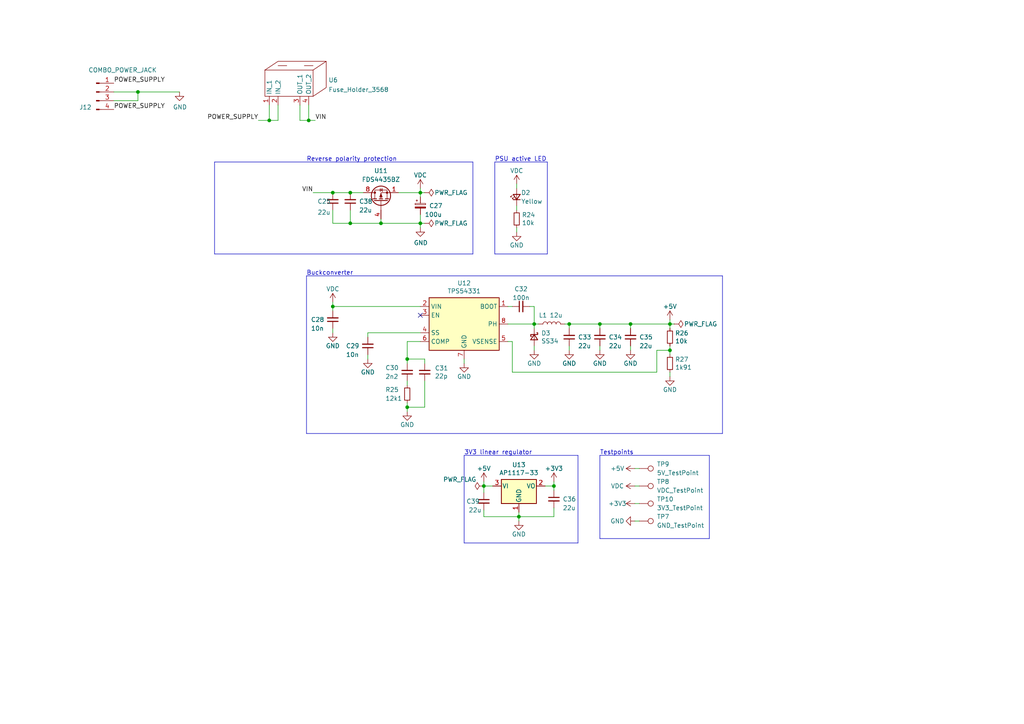
<source format=kicad_sch>
(kicad_sch (version 20230121) (generator eeschema)
  (paper "A4")
  (title_block (title "LumenPnP Motherboard") (date "2022-03-29") (rev "003") (company "Opulo"))
  (lib_symbols
    (symbol "Connector:Conn_01x04_Male" (pin_names (offset 1.016) hide)
      (property "Reference" "J" (at 0 5.08 0))
      (property "Value" "Conn_01x04_Male" (at 0 -7.62 0))
      (symbol "Conn_01x04_Male_1_1"
        (polyline (pts (xy 1.27 -5.08) (xy 0.8636 -5.08)) (stroke (width 0.1524)))
        (polyline (pts (xy 1.27 -2.54) (xy 0.8636 -2.54)) (stroke (width 0.1524)))
        (polyline (pts (xy 1.27 0) (xy 0.8636 0)) (stroke (width 0.1524)))
        (polyline (pts (xy 1.27 2.54) (xy 0.8636 2.54)) (stroke (width 0.1524)))
        (rectangle (start 0.8636 -4.953) (end 0 -5.207) (stroke (width 0.1524)) (fill (type outline)))
        (rectangle (start 0.8636 -2.413) (end 0 -2.667) (stroke (width 0.1524)) (fill (type outline)))
        (rectangle (start 0.8636 0.127) (end 0 -0.127) (stroke (width 0.1524)) (fill (type outline)))
        (rectangle (start 0.8636 2.667) (end 0 2.413) (stroke (width 0.1524)) (fill (type outline)))
        (pin passive line (at 5.08 2.54 180) (length 3.81) (name "Pin_1") (number "1"))
        (pin passive line (at 5.08 0 180) (length 3.81) (name "Pin_2") (number "2"))
        (pin passive line (at 5.08 -2.54 180) (length 3.81) (name "Pin_3") (number "3"))
        (pin passive line (at 5.08 -5.08 180) (length 3.81) (name "Pin_4") (number "4"))
      )
    )
    (symbol "Connector:TestPoint" (pin_numbers hide) (pin_names (offset 0.762) hide)
      (property "Reference" "TP" (at 0 6.858 0))
      (property "Value" "TestPoint" (at 0 5.08 0))
      (symbol "TestPoint_0_1"
        (circle (center 0 3.302) (radius 0.762))
      )
      (symbol "TestPoint_1_1"
        (pin passive line (at 0 0 90) (length 2.54) (name "1") (number "1"))
      )
    )
    (symbol "Device:C_Polarized_Small" (pin_numbers hide) (pin_names (offset 0.254) hide)
      (property "Reference" "C" (at 0.254 1.778 0))
      (property "Value" "C_Polarized_Small" (at 0.254 -2.032 0))
      (symbol "C_Polarized_Small_0_1"
        (rectangle (start -1.524 -0.3048) (end 1.524 -0.6858) (fill (type outline)))
        (rectangle (start -1.524 0.6858) (end 1.524 0.3048))
        (polyline (pts (xy -1.27 1.524) (xy -0.762 1.524)))
        (polyline (pts (xy -1.016 1.27) (xy -1.016 1.778)))
      )
      (symbol "C_Polarized_Small_1_1"
        (pin passive line (at 0 2.54 270) (length 1.8542) (name "~") (number "1"))
        (pin passive line (at 0 -2.54 90) (length 1.8542) (name "~") (number "2"))
      )
    )
    (symbol "Device:C_Small" (pin_numbers hide) (pin_names (offset 0.254) hide)
      (property "Reference" "C" (at 0.254 1.778 0))
      (property "Value" "C_Small" (at 0.254 -2.032 0))
      (symbol "C_Small_0_1"
        (polyline (pts (xy -1.524 -0.508) (xy 1.524 -0.508)) (stroke (width 0.3302)))
        (polyline (pts (xy -1.524 0.508) (xy 1.524 0.508)) (stroke (width 0.3048)))
      )
      (symbol "C_Small_1_1"
        (pin passive line (at 0 2.54 270) (length 2.032) (name "~") (number "1"))
        (pin passive line (at 0 -2.54 90) (length 2.032) (name "~") (number "2"))
      )
    )
    (symbol "Device:D_Schottky_Small" (pin_numbers hide) (pin_names (offset 0.254) hide)
      (property "Reference" "D" (at -1.27 2.032 0))
      (property "Value" "D_Schottky_Small" (at -7.112 -2.032 0))
      (symbol "D_Schottky_Small_0_1"
        (polyline (pts (xy -0.762 0) (xy 0.762 0)))
        (polyline (pts (xy 0.762 -1.016) (xy -0.762 0) (xy 0.762 1.016) (xy 0.762 -1.016)) (stroke (width 0.254)))
        (polyline (pts (xy -1.27 0.762) (xy -1.27 1.016) (xy -0.762 1.016) (xy -0.762 -1.016) (xy -0.254 -1.016) (xy -0.254 -0.762)) (stroke (width 0.254)))
      )
      (symbol "D_Schottky_Small_1_1"
        (pin passive line (at -2.54 0 0) (length 1.778) (name "K") (number "1"))
        (pin passive line (at 2.54 0 180) (length 1.778) (name "A") (number "2"))
      )
    )
    (symbol "Device:L" (pin_numbers hide) (pin_names (offset 1.016) hide)
      (property "Reference" "L" (at -1.27 0 90))
      (property "Value" "L" (at 1.905 0 90))
      (symbol "L_0_1"
        (arc (start 0 -2.54) (mid 0.6323 -1.905) (end 0 -1.27))
        (arc (start 0 -1.27) (mid 0.6323 -0.635) (end 0 0))
        (arc (start 0 0) (mid 0.6323 0.635) (end 0 1.27))
        (arc (start 0 1.27) (mid 0.6323 1.905) (end 0 2.54))
      )
      (symbol "L_1_1"
        (pin passive line (at 0 3.81 270) (length 1.27) (name "1") (number "1"))
        (pin passive line (at 0 -3.81 90) (length 1.27) (name "2") (number "2"))
      )
    )
    (symbol "Device:LED_Small" (pin_numbers hide) (pin_names (offset 0.254) hide)
      (property "Reference" "D" (at -1.27 3.175 0))
      (property "Value" "LED_Small" (at -4.445 -2.54 0))
      (symbol "LED_Small_0_1"
        (polyline (pts (xy -0.762 -1.016) (xy -0.762 1.016)) (stroke (width 0.254)))
        (polyline (pts (xy 1.016 0) (xy -0.762 0)))
        (polyline (pts (xy 0.762 -1.016) (xy -0.762 0) (xy 0.762 1.016) (xy 0.762 -1.016)) (stroke (width 0.254)))
        (polyline (pts (xy 0 0.762) (xy -0.508 1.27) (xy -0.254 1.27) (xy -0.508 1.27) (xy -0.508 1.016)))
        (polyline (pts (xy 0.508 1.27) (xy 0 1.778) (xy 0.254 1.778) (xy 0 1.778) (xy 0 1.524)))
      )
      (symbol "LED_Small_1_1"
        (pin passive line (at -2.54 0 0) (length 1.778) (name "K") (number "1"))
        (pin passive line (at 2.54 0 180) (length 1.778) (name "A") (number "2"))
      )
    )
    (symbol "Device:R_Small" (pin_numbers hide) (pin_names (offset 0.254) hide)
      (property "Reference" "R" (at 0.762 0.508 0))
      (property "Value" "R_Small" (at 0.762 -1.016 0))
      (symbol "R_Small_0_1"
        (rectangle (start -0.762 1.778) (end 0.762 -1.778) (stroke (width 0.2032)))
      )
      (symbol "R_Small_1_1"
        (pin passive line (at 0 2.54 270) (length 0.762) (name "~") (number "1"))
        (pin passive line (at 0 -2.54 90) (length 0.762) (name "~") (number "2"))
      )
    )
    (symbol "Regulator_Linear:AP1117-33" (pin_names (offset 0.254))
      (property "Reference" "U" (at -3.81 3.175 0))
      (property "Value" "AP1117-33" (at 0 3.175 0))
      (symbol "AP1117-33_0_1"
        (rectangle (start -5.08 -5.08) (end 5.08 1.905) (stroke (width 0.254)) (fill (type background)))
      )
      (symbol "AP1117-33_1_1"
        (pin power_in line (at 0 -7.62 90) (length 2.54) (name "GND") (number "1"))
        (pin power_out line (at 7.62 0 180) (length 2.54) (name "VO") (number "2"))
        (pin power_in line (at -7.62 0 0) (length 2.54) (name "VI") (number "3"))
      )
    )
    (symbol "index:FDS4435BZ" (pin_names hide)
      (property "Reference" "Q" (at 5.08 1.905 0))
      (property "Value" "FDS4435BZ" (at 5.08 0 0))
      (symbol "FDS4435BZ_0_1"
        (polyline (pts (xy 0.254 0) (xy -2.54 0)))
        (polyline (pts (xy 0.254 1.905) (xy 0.254 -1.905)) (stroke (width 0.254)))
        (polyline (pts (xy 0.762 -1.27) (xy 0.762 -2.286)) (stroke (width 0.254)))
        (polyline (pts (xy 0.762 0.508) (xy 0.762 -0.508)) (stroke (width 0.254)))
        (polyline (pts (xy 0.762 2.286) (xy 0.762 1.27)) (stroke (width 0.254)))
        (polyline (pts (xy 2.54 2.54) (xy 2.54 1.778)))
        (polyline (pts (xy 2.54 -2.54) (xy 2.54 0) (xy 0.762 0)))
        (polyline (pts (xy 0.762 1.778) (xy 3.302 1.778) (xy 3.302 -1.778) (xy 0.762 -1.778)))
        (polyline (pts (xy 2.286 0) (xy 1.27 0.381) (xy 1.27 -0.381) (xy 2.286 0)) (fill (type outline)))
        (polyline (pts (xy 2.794 -0.508) (xy 2.921 -0.381) (xy 3.683 -0.381) (xy 3.81 -0.254)))
        (polyline (pts (xy 3.302 -0.381) (xy 2.921 0.254) (xy 3.683 0.254) (xy 3.302 -0.381)))
        (circle (center 1.651 0) (radius 2.794) (stroke (width 0.254)))
        (circle (center 2.54 -1.778) (radius 0.254) (fill (type outline)))
        (circle (center 2.54 1.778) (radius 0.254) (fill (type outline)))
      )
      (symbol "FDS4435BZ_1_1"
        (pin passive line (at 2.54 -5.08 90) (length 2.54) (name "S") (number "1"))
        (pin passive line (at 2.54 -5.08 90) (length 2.54) hide (name "S") (number "2"))
        (pin passive line (at 2.54 -5.08 90) (length 2.54) hide (name "S") (number "3"))
        (pin passive line (at -5.08 0 0) (length 2.54) (name "G") (number "4"))
        (pin passive line (at 2.54 5.08 270) (length 2.54) hide (name "D") (number "5"))
        (pin passive line (at 2.54 5.08 270) (length 2.54) hide (name "D") (number "6"))
        (pin passive line (at 2.54 5.08 270) (length 2.54) hide (name "D") (number "7"))
        (pin passive line (at 2.54 5.08 270) (length 2.54) (name "D") (number "8"))
      )
    )
    (symbol "index:Fuse_Holder_3568"
      (property "Reference" "U" (at 7.62 11.43 0))
      (property "Value" "Fuse_Holder_3568" (at 0 21.59 0))
      (symbol "Fuse_Holder_3568_0_1"
        (polyline (pts (xy -10.16 17.78) (xy 3.81 17.78)))
        (polyline (pts (xy -6.35 19.05) (xy -3.81 19.05)))
        (polyline (pts (xy 3.81 19.05) (xy 1.27 19.05)))
        (polyline (pts (xy -10.16 17.78) (xy -10.16 10.16) (xy 3.81 10.16)))
        (polyline (pts (xy 3.81 10.16) (xy 7.62 12.7) (xy 7.62 20.32)))
        (polyline (pts (xy -10.16 17.78) (xy -6.35 20.32) (xy 7.62 20.32) (xy 3.81 17.78) (xy 3.81 10.16)))
      )
      (symbol "Fuse_Holder_3568_1_1"
        (pin passive line (at -8.89 7.62 90) (length 2.54) (name "IN_1") (number "1"))
        (pin passive line (at -6.35 7.62 90) (length 2.54) (name "IN_2") (number "2"))
        (pin passive line (at 0 7.62 90) (length 2.54) (name "OUT_1") (number "3"))
        (pin passive line (at 2.54 7.62 90) (length 2.54) (name "OUT_2") (number "4"))
      )
    )
    (symbol "index:TPS54331"
      (property "Reference" "U" (at -8.89 8.89 0))
      (property "Value" "TPS54331" (at 3.81 8.89 0))
      (symbol "TPS54331_1_1"
        (rectangle (start -10.16 7.62) (end 10.16 -7.62) (stroke (width 0.254)) (fill (type background)))
        (pin output line (at 12.7 5.08 180) (length 2.54) (name "BOOT") (number "1"))
        (pin power_in line (at -12.7 5.08 0) (length 2.54) (name "VIN") (number "2"))
        (pin input line (at -12.7 2.54 0) (length 2.54) (name "EN") (number "3"))
        (pin output line (at -12.7 -2.54 0) (length 2.54) (name "SS") (number "4"))
        (pin input line (at 12.7 -5.08 180) (length 2.54) (name "VSENSE") (number "5"))
        (pin output line (at -12.7 -5.08 0) (length 2.54) (name "COMP") (number "6"))
        (pin power_in line (at 0 -10.16 90) (length 2.54) (name "GND") (number "7"))
        (pin output line (at 12.7 0 180) (length 2.54) (name "PH") (number "8"))
      )
    )
    (symbol "power:+3V3" (power) (pin_names (offset 0))
      (property "Value" "+3V3" (at 0 3.556 0))
      (symbol "+3V3_0_1"
        (polyline (pts (xy -0.762 1.27) (xy 0 2.54)))
        (polyline (pts (xy 0 0) (xy 0 2.54)))
        (polyline (pts (xy 0 2.54) (xy 0.762 1.27)))
      )
      (symbol "+3V3_1_1"
        (pin power_in line (at 0 0 90) (length 0) hide (name "+3V3") (number "1"))
      )
    )
    (symbol "power:+5V" (power) (pin_names (offset 0))
      (property "Value" "+5V" (at 0 3.556 0))
      (symbol "+5V_0_1"
        (polyline (pts (xy -0.762 1.27) (xy 0 2.54)))
        (polyline (pts (xy 0 0) (xy 0 2.54)))
        (polyline (pts (xy 0 2.54) (xy 0.762 1.27)))
      )
      (symbol "+5V_1_1"
        (pin power_in line (at 0 0 90) (length 0) hide (name "+5V") (number "1"))
      )
    )
    (symbol "power:GND" (power) (pin_names (offset 0))
      (property "Value" "GND" (at 0 -3.81 0))
      (symbol "GND_0_1"
        (polyline (pts (xy 0 0) (xy 0 -1.27) (xy 1.27 -1.27) (xy 0 -2.54) (xy -1.27 -1.27) (xy 0 -1.27)))
      )
      (symbol "GND_1_1"
        (pin power_in line (at 0 0 270) (length 0) hide (name "GND") (number "1"))
      )
    )
    (symbol "power:PWR_FLAG" (power) (pin_numbers hide) (pin_names (offset 0) hide)
      (property "Value" "PWR_FLAG" (at 0 3.81 0))
      (symbol "PWR_FLAG_0_0"
        (pin power_out line (at 0 0 90) (length 0) (name "pwr") (number "1"))
      )
      (symbol "PWR_FLAG_0_1"
        (polyline (pts (xy 0 0) (xy 0 1.27) (xy -1.016 1.905) (xy 0 2.54) (xy 1.016 1.905) (xy 0 1.27)))
      )
    )
    (symbol "power:VDC" (power) (pin_names (offset 0))
      (property "Value" "VDC" (at 0 6.35 0))
      (symbol "VDC_0_1"
        (polyline (pts (xy -0.762 1.27) (xy 0 2.54)))
        (polyline (pts (xy 0 0) (xy 0 2.54)))
        (polyline (pts (xy 0 2.54) (xy 0.762 1.27)))
      )
      (symbol "VDC_1_1"
        (pin power_in line (at 0 0 90) (length 0) hide (name "VDC") (number "1"))
      )
    )
  )
  (junction (at 182.88 93.98))
  (junction (at 118.11 118.11))
  (junction (at 194.31 93.98))
  (junction (at 121.92 55.88))
  (junction (at 121.92 64.77))
  (junction (at 150.495 149.86))
  (junction (at 118.11 104.14))
  (junction (at 40.005 26.67))
  (junction (at 140.335 140.97))
  (junction (at 89.535 34.925))
  (junction (at 160.655 140.97))
  (junction (at 154.94 93.98))
  (junction (at 96.52 55.88))
  (junction (at 110.49 64.77))
  (junction (at 165.1 93.98))
  (junction (at 173.99 93.98))
  (junction (at 101.6 64.77))
  (junction (at 78.105 34.925))
  (junction (at 101.6 55.88))
  (junction (at 194.31 101.6))
  (junction (at 96.52 88.9))
  (no_connect (at 121.92 91.44))
  (polyline (pts (xy 173.99 132.08) (xy 173.99 156.21)))
  (wire (pts (xy 33.02 29.21) (xy 40.005 29.21)))
  (wire (pts (xy 40.005 26.67) (xy 52.07 26.67)))
  (polyline (pts (xy 167.64 157.48) (xy 134.62 157.48)))
  (polyline (pts (xy 62.23 46.99) (xy 137.16 46.99)))
  (polyline (pts (xy 134.62 132.08) (xy 167.64 132.08)))
  (polyline (pts (xy 158.75 46.99) (xy 158.75 73.66)))
  (wire (pts (xy 96.52 95.25) (xy 96.52 96.52)))
  (wire (pts (xy 194.31 93.98) (xy 194.31 95.25)))
  (polyline (pts (xy 62.23 46.99) (xy 62.23 73.66)))
  (wire (pts (xy 154.94 88.9) (xy 154.94 93.98)))
  (wire (pts (xy 121.92 55.88) (xy 123.19 55.88)))
  (wire (pts (xy 184.15 151.13) (xy 185.42 151.13)))
  (wire (pts (xy 123.19 118.11) (xy 123.19 110.49)))
  (wire (pts (xy 106.68 102.87) (xy 106.68 104.14)))
  (wire (pts (xy 148.59 99.06) (xy 148.59 107.95)))
  (wire (pts (xy 89.535 30.48) (xy 89.535 34.925)))
  (wire (pts (xy 33.02 26.67) (xy 40.005 26.67)))
  (wire (pts (xy 182.88 100.33) (xy 182.88 101.6)))
  (wire (pts (xy 190.5 107.95) (xy 190.5 101.6)))
  (wire (pts (xy 110.49 63.5) (xy 110.49 64.77)))
  (wire (pts (xy 184.15 146.05) (xy 185.42 146.05)))
  (wire (pts (xy 190.5 101.6) (xy 194.31 101.6)))
  (polyline (pts (xy 173.99 132.08) (xy 205.74 132.08)))
  (wire (pts (xy 154.94 93.98) (xy 156.21 93.98)))
  (wire (pts (xy 78.105 34.925) (xy 80.645 34.925)))
  (wire (pts (xy 118.11 104.14) (xy 118.11 99.06)))
  (wire (pts (xy 118.11 116.84) (xy 118.11 118.11)))
  (wire (pts (xy 147.32 99.06) (xy 148.59 99.06)))
  (wire (pts (xy 148.59 88.9) (xy 147.32 88.9)))
  (wire (pts (xy 96.52 55.88) (xy 101.6 55.88)))
  (wire (pts (xy 163.83 93.98) (xy 165.1 93.98)))
  (polyline (pts (xy 205.74 132.08) (xy 205.74 156.21)))
  (wire (pts (xy 121.92 64.77) (xy 110.49 64.77)))
  (wire (pts (xy 140.335 147.955) (xy 140.335 149.86)))
  (wire (pts (xy 121.92 54.61) (xy 121.92 55.88)))
  (wire (pts (xy 40.005 26.67) (xy 40.005 29.21)))
  (wire (pts (xy 86.995 34.925) (xy 89.535 34.925)))
  (wire (pts (xy 121.92 64.77) (xy 123.19 64.77)))
  (wire (pts (xy 121.92 64.77) (xy 121.92 66.04)))
  (polyline (pts (xy 209.55 125.73) (xy 88.9 125.73)))
  (wire (pts (xy 123.19 104.14) (xy 118.11 104.14)))
  (wire (pts (xy 173.99 100.33) (xy 173.99 101.6)))
  (wire (pts (xy 154.94 100.33) (xy 154.94 101.6)))
  (wire (pts (xy 89.535 34.925) (xy 91.44 34.925)))
  (wire (pts (xy 118.11 118.11) (xy 118.11 119.38)))
  (wire (pts (xy 140.335 149.86) (xy 150.495 149.86)))
  (polyline (pts (xy 134.62 132.08) (xy 134.62 157.48)))
  (wire (pts (xy 154.94 93.98) (xy 154.94 95.25)))
  (wire (pts (xy 140.335 139.7) (xy 140.335 140.97)))
  (wire (pts (xy 96.52 88.9) (xy 96.52 90.17)))
  (wire (pts (xy 101.6 55.88) (xy 105.41 55.88)))
  (wire (pts (xy 148.59 107.95) (xy 190.5 107.95)))
  (wire (pts (xy 184.15 140.97) (xy 185.42 140.97)))
  (wire (pts (xy 150.495 149.86) (xy 150.495 151.13)))
  (wire (pts (xy 149.86 66.04) (xy 149.86 67.31)))
  (wire (pts (xy 160.655 147.32) (xy 160.655 149.86)))
  (wire (pts (xy 149.86 59.69) (xy 149.86 60.96)))
  (wire (pts (xy 160.655 139.7) (xy 160.655 140.97)))
  (wire (pts (xy 194.31 92.71) (xy 194.31 93.98)))
  (wire (pts (xy 106.68 96.52) (xy 121.92 96.52)))
  (wire (pts (xy 118.11 110.49) (xy 118.11 111.76)))
  (wire (pts (xy 194.31 100.33) (xy 194.31 101.6)))
  (wire (pts (xy 96.52 87.63) (xy 96.52 88.9)))
  (polyline (pts (xy 158.75 73.66) (xy 143.51 73.66)))
  (wire (pts (xy 147.32 93.98) (xy 154.94 93.98)))
  (wire (pts (xy 194.31 101.6) (xy 194.31 102.87)))
  (wire (pts (xy 194.31 109.22) (xy 194.31 107.95)))
  (polyline (pts (xy 88.9 80.01) (xy 88.9 125.73)))
  (wire (pts (xy 173.99 93.98) (xy 182.88 93.98)))
  (wire (pts (xy 165.1 100.33) (xy 165.1 101.6)))
  (wire (pts (xy 118.11 104.14) (xy 118.11 105.41)))
  (wire (pts (xy 182.88 93.98) (xy 194.31 93.98)))
  (wire (pts (xy 140.335 140.97) (xy 142.875 140.97)))
  (wire (pts (xy 140.335 140.97) (xy 140.335 142.875)))
  (polyline (pts (xy 209.55 80.01) (xy 209.55 125.73)))
  (wire (pts (xy 90.805 55.88) (xy 96.52 55.88)))
  (wire (pts (xy 160.655 149.86) (xy 150.495 149.86)))
  (polyline (pts (xy 143.51 46.99) (xy 143.51 73.66)))
  (polyline (pts (xy 167.64 132.08) (xy 167.64 157.48)))
  (wire (pts (xy 158.115 140.97) (xy 160.655 140.97)))
  (wire (pts (xy 134.62 104.14) (xy 134.62 105.41)))
  (polyline (pts (xy 205.74 156.21) (xy 173.99 156.21)))
  (wire (pts (xy 165.1 93.98) (xy 173.99 93.98)))
  (wire (pts (xy 96.52 60.96) (xy 96.52 64.77)))
  (wire (pts (xy 184.15 135.89) (xy 185.42 135.89)))
  (wire (pts (xy 150.495 148.59) (xy 150.495 149.86)))
  (wire (pts (xy 153.67 88.9) (xy 154.94 88.9)))
  (wire (pts (xy 194.31 93.98) (xy 195.58 93.98)))
  (wire (pts (xy 182.88 93.98) (xy 182.88 95.25)))
  (wire (pts (xy 149.86 53.34) (xy 149.86 54.61)))
  (wire (pts (xy 118.11 99.06) (xy 121.92 99.06)))
  (wire (pts (xy 165.1 93.98) (xy 165.1 95.25)))
  (wire (pts (xy 121.92 62.23) (xy 121.92 64.77)))
  (wire (pts (xy 173.99 93.98) (xy 173.99 95.25)))
  (polyline (pts (xy 137.16 73.66) (xy 62.23 73.66)))
  (wire (pts (xy 101.6 64.77) (xy 101.6 60.96)))
  (wire (pts (xy 96.52 64.77) (xy 101.6 64.77)))
  (wire (pts (xy 115.57 55.88) (xy 121.92 55.88)))
  (wire (pts (xy 160.655 142.24) (xy 160.655 140.97)))
  (polyline (pts (xy 88.9 80.01) (xy 209.55 80.01)))
  (wire (pts (xy 78.105 30.48) (xy 78.105 34.925)))
  (wire (pts (xy 74.93 34.925) (xy 78.105 34.925)))
  (wire (pts (xy 106.68 96.52) (xy 106.68 97.79)))
  (wire (pts (xy 121.92 55.88) (xy 121.92 57.15)))
  (polyline (pts (xy 137.16 46.99) (xy 137.16 73.66)))
  (wire (pts (xy 86.995 30.48) (xy 86.995 34.925)))
  (wire (pts (xy 96.52 88.9) (xy 121.92 88.9)))
  (wire (pts (xy 80.645 34.925) (xy 80.645 30.48)))
  (wire (pts (xy 101.6 64.77) (xy 110.49 64.77)))
  (polyline (pts (xy 143.51 46.99) (xy 158.75 46.99)))
  (wire (pts (xy 123.19 105.41) (xy 123.19 104.14)))
  (wire (pts (xy 118.11 118.11) (xy 123.19 118.11)))
  (text "Buckconverter" (at 88.9 80.01 0) (effects (font (size 1.27 1.27)) (justify left bottom)))
  (text "Reverse polarity protection" (at 88.9 46.99 0) (effects (font (size 1.27 1.27)) (justify left bottom)))
  (text "Testpoints" (at 173.99 132.08 0) (effects (font (size 1.27 1.27)) (justify left bottom)))
  (text "PSU active LED" (at 143.51 46.99 0) (effects (font (size 1.27 1.27)) (justify left bottom)))
  (text "3V3 linear regulator" (at 134.62 132.08 0) (effects (font (size 1.27 1.27)) (justify left bottom)))
  (label "VIN" (at 90.805 55.88 180))
  (label "POWER_SUPPLY" (at 74.93 34.925 180))
  (label "POWER_SUPPLY" (at 33.02 31.75 0))
  (label "VIN" (at 91.44 34.925 0))
  (label "POWER_SUPPLY" (at 33.02 24.13 0))
  (symbol (lib_id "Device:C_Polarized_Small") (at 121.92 59.69 0) (unit 1)
    (property "Reference" "C27" (at 124.46 59.69 0) (effects (justify left)))
    (property "Value" "100u" (at 123.19 62.23 0) (effects (justify left)))
    (property "Footprint" "Capacitor_SMD:CP_Elec_6.3x7.7" (effects hide))
    (property "Digikey" "493-2203-1-ND" (effects hide))
    (property "JLCPCB" "C99837" (effects hide))
    (property "LCSC" "C3339" (effects hide))
    (property "Mouser" "647-UWT1V101MCL1S" (effects hide))
    (property "Notes" "35V/20%/Aluminum" (effects hide))
  )
  (symbol (lib_id "Device:L") (at 160.02 93.98 90) (unit 1)
    (property "Reference" "L1" (at 157.48 91.44 90))
    (property "Value" "12u" (at 161.29 91.44 90))
    (property "Footprint" "Inductor_SMD:L_Coilcraft_XAL60xx_6.36x6.56mm" (effects hide))
    (property "Digikey" "ASPI-6045S-120M-TCT-ND" (effects hide))
    (property "LCSC" "C168077" (effects hide))
    (property "Mouser" "815-ASPI-6045S-120MT" (effects hide))
  )
  (symbol (lib_id "Device:R_Small") (at 194.31 97.79 0) (unit 1)
    (property "Reference" "R26" (at 195.8086 96.6216 0) (effects (justify left)))
    (property "Value" "10k" (at 195.8086 98.933 0) (effects (justify left)))
    (property "Footprint" "Resistor_SMD:R_0805_2012Metric" (effects hide))
    (property "Digikey" "RMCF0805FT10K0CT-ND" (effects hide))
    (property "JLCPCB" "C17414" (effects hide))
    (property "LCSC" "C115295" (effects hide))
    (property "Mouser" "71-CRCW080510K0FKEAC" (effects hide))
    (property "Notes" "125mW/1%" (effects hide))
  )
  (symbol (lib_id "Device:R_Small") (at 194.31 105.41 0) (unit 1)
    (property "Reference" "R27" (at 195.8086 104.2416 0) (effects (justify left)))
    (property "Value" "1k91" (at 195.8086 106.553 0) (effects (justify left)))
    (property "Footprint" "Resistor_SMD:R_0805_2012Metric" (effects hide))
    (property "Datasheet" "https://www.vishay.com/docs/20035/dcrcwe3.pdf" (effects hide))
    (property "Digikey" "541-1.91KCCT-ND" (effects hide))
    (property "JLCPCB" "C17401" (effects hide))
    (property "LCSC" "C17401" (effects hide))
    (property "Mouser" "71-CRCW08051K91FKEA" (effects hide))
    (property "Notes" "125mW/1%" (effects hide))
  )
  (symbol (lib_id "Device:C_Small") (at 96.52 92.71 180) (unit 1)
    (property "Reference" "C28" (at 90.17 92.71 0) (effects (justify right)))
    (property "Value" "10n" (at 90.17 95.25 0) (effects (justify right)))
    (property "Footprint" "Capacitor_SMD:C_0805_2012Metric" (effects hide))
    (property "Digikey" "1276-1015-1-ND" (effects hide))
    (property "JLCPCB" "C1710" (effects hide))
    (property "LCSC" "C1710" (effects hide))
    (property "Mouser" "187-CL21B103KBANNNC" (effects hide))
    (property "Notes" "50V/10%" (effects hide))
  )
  (symbol (lib_id "Regulator_Linear:AP1117-33") (at 150.495 140.97 0) (unit 1)
    (property "Reference" "U13" (at 150.495 134.8232 0))
    (property "Value" "AP1117-33" (at 150.495 137.1346 0))
    (property "Footprint" "Package_TO_SOT_SMD:SOT-223-3_TabPin2" (effects hide))
    (property "Datasheet" "http://www.diodes.com/datasheets/AP1117.pdf" (effects hide))
    (property "JLCPCB" "C108785" (effects hide))
    (property "LCSC" "C108785" (effects hide))
    (property "Digikey" "ZLDO1117G33DICT-ND" (effects hide))
    (property "Mouser" "522-ZLDO1117G33TA" (effects hide))
  )
  (symbol (lib_id "power:+3V3") (at 160.655 139.7 0) (unit 1)
    (property "Reference" "#PWR0161" (effects hide))
    (property "Value" "+3V3" (at 160.655 135.89 0))
  )
  (symbol (lib_id "power:GND") (at 150.495 151.13 0) (unit 1)
    (property "Reference" "#PWR0160" (effects hide))
    (property "Value" "GND" (at 150.495 154.94 0))
  )
  (symbol (lib_id "power:+5V") (at 140.335 139.7 0) (unit 1)
    (property "Reference" "#PWR0159" (effects hide))
    (property "Value" "+5V" (at 140.335 135.89 0))
  )
  (symbol (lib_id "Device:LED_Small") (at 149.86 57.15 90) (unit 1)
    (property "Reference" "D2" (at 151.13 55.88 90) (effects (justify right)))
    (property "Value" "Yellow" (at 151.13 58.42 90) (effects (justify right)))
    (property "Footprint" "LED_SMD:LED_0805_2012Metric" (effects hide))
    (property "Digikey" "732-4987-1-ND" (effects hide))
    (property "JLCPCB" "C2296" (effects hide))
    (property "LCSC" "C779458" (effects hide))
    (property "Mouser" "710-150080YS75000" (effects hide))
    (property "Notes" "20mA" (effects hide))
  )
  (symbol (lib_id "Device:R_Small") (at 149.86 63.5 0) (unit 1)
    (property "Reference" "R24" (at 151.3586 62.3316 0) (effects (justify left)))
    (property "Value" "10k" (at 151.3586 64.643 0) (effects (justify left)))
    (property "Footprint" "Resistor_SMD:R_0805_2012Metric" (effects hide))
    (property "Digikey" "RMCF0805FT10K0CT-ND" (effects hide))
    (property "JLCPCB" "C17414" (effects hide))
    (property "LCSC" "C115295" (effects hide))
    (property "Mouser" "71-CRCW080510K0FKEAC" (effects hide))
    (property "Notes" "125mW/1%" (effects hide))
  )
  (symbol (lib_id "power:GND") (at 149.86 67.31 0) (unit 1)
    (property "Reference" "#PWR0146" (effects hide))
    (property "Value" "GND" (at 149.86 71.12 0))
  )
  (symbol (lib_id "index:FDS4435BZ") (at 110.49 58.42 90) (unit 1)
    (property "Reference" "U11" (at 110.49 49.53 90))
    (property "Value" "FDS4435BZ" (at 110.49 52.07 90))
    (property "Footprint" "Package_SO:SO-8_3.9x4.9mm_P1.27mm" (effects hide))
    (property "JLCPCB" "C23931" (effects hide))
    (property "LCSC" "C23931" (effects hide))
    (property "Digikey" "FDS4435BZCT-ND" (effects hide))
    (property "Mouser" "512-FDS4435BZ" (effects hide))
    (property "Notes" "30V/8A" (effects hide))
  )
  (symbol (lib_id "power:GND") (at 194.31 109.22 0) (unit 1)
    (property "Reference" "#PWR0157" (effects hide))
    (property "Value" "GND" (at 194.31 113.03 0))
  )
  (symbol (lib_id "power:GND") (at 121.92 66.04 0) (unit 1)
    (property "Reference" "#PWR0143" (effects hide))
    (property "Value" "GND" (at 122.047 70.4342 0))
  )
  (symbol (lib_id "Device:D_Schottky_Small") (at 154.94 97.79 270) (unit 1)
    (property "Reference" "D3" (at 156.972 96.6216 90) (effects (justify left)))
    (property "Value" "SS34" (at 156.972 98.933 90) (effects (justify left)))
    (property "Footprint" "Diode_SMD:D_SMA" (effects hide))
    (property "LCSC" "C266553" (effects hide))
    (property "JLCPCB" "C8678" (effects hide))
    (property "Notes" "40V/3A" (effects hide))
    (property "Digikey" "641-2115-1-ND" (effects hide))
    (property "Mouser" "821-SS34LRVG" (effects hide))
  )
  (symbol (lib_id "power:GND") (at 154.94 101.6 0) (unit 1)
    (property "Reference" "#PWR0152" (effects hide))
    (property "Value" "GND" (at 154.94 105.41 0))
  )
  (symbol (lib_id "power:VDC") (at 96.52 87.63 0) (unit 1)
    (property "Reference" "#PWR0149" (effects hide))
    (property "Value" "VDC" (at 96.52 83.82 0))
  )
  (symbol (lib_id "power:VDC") (at 149.86 53.34 0) (unit 1)
    (property "Reference" "#PWR0145" (effects hide))
    (property "Value" "VDC" (at 149.86 49.53 0))
  )
  (symbol (lib_id "power:GND") (at 96.52 96.52 0) (unit 1)
    (property "Reference" "#PWR0147" (effects hide))
    (property "Value" "GND" (at 96.52 100.33 0))
  )
  (symbol (lib_id "Device:C_Small") (at 160.655 144.78 0) (unit 1)
    (property "Reference" "C36" (at 163.195 144.78 0) (effects (justify left)))
    (property "Value" "22u" (at 163.195 147.32 0) (effects (justify left)))
    (property "Footprint" "Capacitor_SMD:C_0805_2012Metric" (effects hide))
    (property "JLCPCB" "C15850" (effects hide))
    (property "LCSC" "C17024" (effects hide))
    (property "Digikey" "490-18663-1-ND" (effects hide))
    (property "Mouser" "81-GRM21BR61H106KE3L" (effects hide))
    (property "Notes" "50V/10%" (effects hide))
  )
  (symbol (lib_id "power:PWR_FLAG") (at 195.58 93.98 270) (unit 1)
    (property "Reference" "#FLG026" (effects hide))
    (property "Value" "PWR_FLAG" (at 203.2 93.98 90))
  )
  (symbol (lib_id "power:PWR_FLAG") (at 123.19 55.88 270) (unit 1)
    (property "Reference" "#FLG024" (effects hide))
    (property "Value" "PWR_FLAG" (at 130.81 55.88 90))
  )
  (symbol (lib_id "power:GND") (at 134.62 105.41 0) (unit 1)
    (property "Reference" "#PWR0151" (effects hide))
    (property "Value" "GND" (at 134.62 109.22 0))
  )
  (symbol (lib_id "index:TPS54331") (at 134.62 93.98 0) (unit 1)
    (property "Reference" "U12" (at 134.62 82.1182 0))
    (property "Value" "TPS54331" (at 134.62 84.4296 0))
    (property "Footprint" "Package_SO:SOIC-8_3.9x4.9mm_P1.27mm" (effects hide))
    (property "Datasheet" "https://www.ti.com/lit/ds/symlink/tps54331.pdf" (effects hide))
    (property "LCSC" "C9865" (effects hide))
    (property "JLCPCB" "C9865" (effects hide))
    (property "Digikey" "296-26991-1-ND" (effects hide))
    (property "Mouser" "595-TPS54331DR" (effects hide))
    (property "Notes" "Can use the tube version 296-23626-5-ND" (effects hide))
  )
  (symbol (lib_id "Device:C_Small") (at 151.13 88.9 90) (unit 1)
    (property "Reference" "C32" (at 151.13 83.82 90))
    (property "Value" "100n" (at 151.13 86.36 90))
    (property "Footprint" "Capacitor_SMD:C_0805_2012Metric" (effects hide))
    (property "Digikey" "1276-1180-1-ND" (effects hide))
    (property "JLCPCB" "C49678" (effects hide))
    (property "LCSC" "C360619" (effects hide))
    (property "Mouser" "581-08055C104K" (effects hide))
    (property "Notes" "50V/10%" (effects hide))
  )
  (symbol (lib_id "Device:C_Small") (at 106.68 100.33 180) (unit 1)
    (property "Reference" "C29" (at 100.33 100.33 0) (effects (justify right)))
    (property "Value" "10n" (at 100.33 102.87 0) (effects (justify right)))
    (property "Footprint" "Capacitor_SMD:C_0805_2012Metric" (effects hide))
    (property "Digikey" "1276-1015-1-ND" (effects hide))
    (property "JLCPCB" "C1710" (effects hide))
    (property "LCSC" "C1710" (effects hide))
    (property "Mouser" "187-CL21B103KBANNNC" (effects hide))
    (property "Notes" "50V/10%" (effects hide))
  )
  (symbol (lib_id "power:GND") (at 106.68 104.14 0) (unit 1)
    (property "Reference" "#PWR0148" (effects hide))
    (property "Value" "GND" (at 106.68 107.95 0))
  )
  (symbol (lib_id "Device:C_Small") (at 118.11 107.95 180) (unit 1)
    (property "Reference" "C30" (at 111.76 106.68 0) (effects (justify right)))
    (property "Value" "2n2" (at 111.76 109.22 0) (effects (justify right)))
    (property "Footprint" "Capacitor_SMD:C_0805_2012Metric" (effects hide))
    (property "Digikey" "1276-2993-1-ND" (effects hide))
    (property "JLCPCB" "C28260" (effects hide))
    (property "LCSC" "C28260" (effects hide))
    (property "Mouser" "187-CL21C222JBFNNNE" (effects hide))
    (property "Notes" "50V/10%" (effects hide))
  )
  (symbol (lib_id "Device:C_Small") (at 123.19 107.95 180) (unit 1)
    (property "Reference" "C31" (at 126.111 106.7816 0) (effects (justify right)))
    (property "Value" "22p" (at 126.111 109.093 0) (effects (justify right)))
    (property "Footprint" "Capacitor_SMD:C_0805_2012Metric" (effects hide))
    (property "Digikey" "311-1103-1-ND" (effects hide))
    (property "JLCPCB" "C1804" (effects hide))
    (property "LCSC" "C123642" (effects hide))
    (property "Mouser" "603-CC805JRNPO9BN220" (effects hide))
    (property "Notes" "50V/5%" (effects hide))
  )
  (symbol (lib_id "power:GND") (at 118.11 119.38 0) (unit 1)
    (property "Reference" "#PWR0150" (effects hide))
    (property "Value" "GND" (at 118.11 123.19 0))
  )
  (symbol (lib_id "power:GND") (at 165.1 101.6 0) (unit 1)
    (property "Reference" "#PWR0153" (effects hide))
    (property "Value" "GND" (at 165.1 105.41 0))
  )
  (symbol (lib_id "power:GND") (at 173.99 101.6 0) (unit 1)
    (property "Reference" "#PWR0154" (effects hide))
    (property "Value" "GND" (at 173.99 105.41 0))
  )
  (symbol (lib_id "Device:C_Small") (at 182.88 97.79 180) (unit 1)
    (property "Reference" "C35" (at 185.42 97.79 0) (effects (justify right)))
    (property "Value" "22u" (at 185.42 100.33 0) (effects (justify right)))
    (property "Footprint" "Capacitor_SMD:C_0805_2012Metric" (effects hide))
    (property "JLCPCB" "C45783" (effects hide))
    (property "LCSC" "C5674" (effects hide))
    (property "Notes" "25V/20%" (effects hide))
  )
  (symbol (lib_id "power:GND") (at 182.88 101.6 0) (unit 1)
    (property "Reference" "#PWR0155" (effects hide))
    (property "Value" "GND" (at 182.88 105.41 0))
  )
  (symbol (lib_id "Device:R_Small") (at 118.11 114.3 0) (unit 1)
    (property "Reference" "R25" (at 111.76 113.03 0) (effects (justify left)))
    (property "Value" "12k1" (at 111.76 115.57 0) (effects (justify left)))
    (property "Footprint" "Resistor_SMD:R_0805_2012Metric" (effects hide))
    (property "Datasheet" "https://www.vishay.com/docs/20035/dcrcwe3.pdf" (effects hide))
    (property "JLCPCB" "C17431" (effects hide))
    (property "LCSC" "C139928" (effects hide))
    (property "Notes" "125mW/1%" (effects hide))
    (property "Digikey" "541-12.1KCCT-ND" (effects hide))
    (property "Mouser" "71-CRCW0805-12.1K-E3" (effects hide))
  )
  (symbol (lib_id "Device:C_Small") (at 173.99 97.79 180) (unit 1)
    (property "Reference" "C34" (at 176.53 97.79 0) (effects (justify right)))
    (property "Value" "22u" (at 176.53 100.33 0) (effects (justify right)))
    (property "Footprint" "Capacitor_SMD:C_0805_2012Metric" (effects hide))
    (property "JLCPCB" "C45783" (effects hide))
    (property "LCSC" "C5674" (effects hide))
    (property "Notes" "25V/20%" (effects hide))
  )
  (symbol (lib_id "Device:C_Small") (at 165.1 97.79 180) (unit 1)
    (property "Reference" "C33" (at 167.64 97.79 0) (effects (justify right)))
    (property "Value" "22u" (at 167.64 100.33 0) (effects (justify right)))
    (property "Footprint" "Capacitor_SMD:C_0805_2012Metric" (effects hide))
    (property "JLCPCB" "C45783" (effects hide))
    (property "LCSC" "C5674" (effects hide))
    (property "Notes" "25V/20%" (effects hide))
  )
  (symbol (lib_id "Connector:TestPoint") (at 185.42 140.97 270) (mirror x) (unit 1)
    (property "Reference" "TP8" (at 190.5 139.7 90) (effects (justify left)))
    (property "Value" "VDC_TestPoint" (at 190.5 142.24 90) (effects (justify left)))
    (property "Footprint" "TestPoint:TestPoint_Pad_D2.0mm" (effects hide))
  )
  (symbol (lib_id "Connector:TestPoint") (at 185.42 135.89 270) (mirror x) (unit 1)
    (property "Reference" "TP9" (at 190.5 134.62 90) (effects (justify left)))
    (property "Value" "5V_TestPoint" (at 190.5 137.16 90) (effects (justify left)))
    (property "Footprint" "TestPoint:TestPoint_Pad_D2.0mm" (effects hide))
  )
  (symbol (lib_id "Connector:TestPoint") (at 185.42 146.05 270) (mirror x) (unit 1)
    (property "Reference" "TP10" (at 190.5 144.78 90) (effects (justify left)))
    (property "Value" "3V3_TestPoint" (at 190.5 147.32 90) (effects (justify left)))
    (property "Footprint" "TestPoint:TestPoint_Pad_D2.0mm" (effects hide))
  )
  (symbol (lib_id "power:+5V") (at 184.15 135.89 90) (mirror x) (unit 1)
    (property "Reference" "#PWR0195" (effects hide))
    (property "Value" "+5V" (at 179.07 135.89 90))
  )
  (symbol (lib_id "power:+3V3") (at 184.15 146.05 90) (mirror x) (unit 1)
    (property "Reference" "#PWR0196" (effects hide))
    (property "Value" "+3V3" (at 179.07 146.05 90))
  )
  (symbol (lib_id "power:VDC") (at 184.15 140.97 90) (mirror x) (unit 1)
    (property "Reference" "#PWR0197" (effects hide))
    (property "Value" "VDC" (at 179.07 140.97 90))
  )
  (symbol (lib_id "Connector:TestPoint") (at 185.42 151.13 270) (mirror x) (unit 1)
    (property "Reference" "TP7" (at 190.5 149.86 90) (effects (justify left)))
    (property "Value" "GND_TestPoint" (at 190.5 152.4 90) (effects (justify left)))
    (property "Footprint" "TestPoint:TestPoint_Pad_D2.0mm" (effects hide))
  )
  (symbol (lib_id "power:GND") (at 184.15 151.13 270) (mirror x) (unit 1)
    (property "Reference" "#PWR0198" (effects hide))
    (property "Value" "GND" (at 179.07 151.13 90))
  )
  (symbol (lib_id "power:PWR_FLAG") (at 123.19 64.77 270) (unit 1)
    (property "Reference" "#FLG0101" (effects hide))
    (property "Value" "PWR_FLAG" (at 130.81 64.77 90))
  )
  (symbol (lib_id "power:VDC") (at 121.92 54.61 0) (unit 1)
    (property "Reference" "#PWR0111" (effects hide))
    (property "Value" "VDC" (at 121.92 50.8 0))
  )
  (symbol (lib_id "Device:C_Small") (at 96.52 58.42 180) (unit 1)
    (property "Reference" "C25" (at 92.075 58.42 0) (effects (justify right)))
    (property "Value" "22u" (at 92.075 61.595 0) (effects (justify right)))
    (property "Footprint" "Capacitor_SMD:C_0805_2012Metric" (effects hide))
    (property "JLCPCB" "C45783" (effects hide))
    (property "LCSC" "C5674" (effects hide))
    (property "Notes" "25V/20%" (effects hide))
  )
  (symbol (lib_id "Device:C_Small") (at 140.335 145.415 0) (unit 1)
    (property "Reference" "C39" (at 135.255 145.415 0) (effects (justify left)))
    (property "Value" "22u" (at 135.89 147.955 0) (effects (justify left)))
    (property "Footprint" "Capacitor_SMD:C_0805_2012Metric" (effects hide))
    (property "JLCPCB" "C15850" (effects hide))
    (property "LCSC" "C17024" (effects hide))
    (property "Digikey" "490-18663-1-ND" (effects hide))
    (property "Mouser" "81-GRM21BR61H106KE3L" (effects hide))
    (property "Notes" "50V/10%" (effects hide))
  )
  (symbol (lib_id "power:GND") (at 52.07 26.67 0) (unit 1)
    (property "Reference" "#PWR0246" (effects hide))
    (property "Value" "GND" (at 52.197 31.0642 0))
  )
  (symbol (lib_id "power:+5V") (at 194.31 92.71 0) (unit 1)
    (property "Reference" "#PWR03" (effects hide))
    (property "Value" "+5V" (at 194.31 88.9 0))
  )
  (symbol (lib_id "index:Fuse_Holder_3568") (at 86.995 38.1 0) (unit 1)
    (property "Reference" "U6" (at 95.25 23.2215 0) (effects (justify left)))
    (property "Value" "Fuse_Holder_3568" (at 95.25 25.9966 0) (effects (justify left)))
    (property "Footprint" "index:Fuse_Holder_3568" (effects hide))
    (property "Digikey" "36-3568-ND" (effects hide))
  )
  (symbol (lib_id "power:PWR_FLAG") (at 140.335 140.97 90) (unit 1)
    (property "Reference" "#FLG0105" (effects hide))
    (property "Value" "PWR_FLAG" (at 133.35 139.065 90))
  )
  (symbol (lib_id "Device:C_Small") (at 101.6 58.42 180) (unit 1)
    (property "Reference" "C38" (at 104.14 58.42 0) (effects (justify right)))
    (property "Value" "22u" (at 104.14 60.96 0) (effects (justify right)))
    (property "Footprint" "Capacitor_SMD:C_0805_2012Metric" (effects hide))
    (property "JLCPCB" "C45783" (effects hide))
    (property "LCSC" "C5674" (effects hide))
    (property "Notes" "25V/20%" (effects hide))
  )
  (symbol (lib_id "Connector:Conn_01x04_Male") (at 27.94 26.67 0) (unit 1)
    (property "Reference" "J12" (at 24.765 31.115 0))
    (property "Value" "COMBO_POWER_JACK" (at 35.56 20.32 0))
    (property "Footprint" "index:BarrelJack_Horizontal" (effects hide))
    (property "Digikey" "CP-102A-ND" (effects hide))
  )
)
</source>
